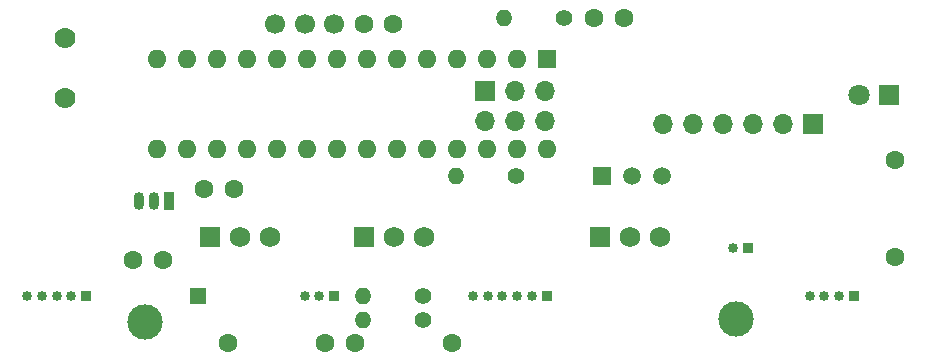
<source format=gbs>
G04 #@! TF.FileFunction,Soldermask,Bot*
%FSLAX46Y46*%
G04 Gerber Fmt 4.6, Leading zero omitted, Abs format (unit mm)*
G04 Created by KiCad (PCBNEW 4.0.7) date 06/15/19 08:14:29*
%MOMM*%
%LPD*%
G01*
G04 APERTURE LIST*
%ADD10C,0.100000*%
%ADD11R,1.700000X1.700000*%
%ADD12O,1.700000X1.700000*%
%ADD13C,1.400000*%
%ADD14O,1.400000X1.400000*%
%ADD15C,1.750000*%
%ADD16R,1.750000X1.750000*%
%ADD17C,1.778000*%
%ADD18R,1.600000X1.600000*%
%ADD19O,1.600000X1.600000*%
%ADD20C,1.600000*%
%ADD21C,1.700000*%
%ADD22R,1.800000X1.800000*%
%ADD23C,1.800000*%
%ADD24R,0.850000X0.850000*%
%ADD25C,0.850000*%
%ADD26C,3.000000*%
%ADD27O,0.900000X1.500000*%
%ADD28R,0.900000X1.500000*%
%ADD29R,1.350000X1.350000*%
%ADD30C,1.520000*%
%ADD31R,1.520000X1.520000*%
G04 APERTURE END LIST*
D10*
D11*
X202498000Y-97865000D03*
D12*
X199958000Y-97865000D03*
X197418000Y-97865000D03*
X194878000Y-97865000D03*
X192338000Y-97865000D03*
X189798000Y-97865000D03*
D13*
X169505000Y-112395000D03*
D14*
X164425000Y-112395000D03*
D15*
X156578000Y-107365000D03*
X154038000Y-107365000D03*
D16*
X151498000Y-107365000D03*
D17*
X139192000Y-95631000D03*
X139192000Y-90551000D03*
D18*
X179998000Y-92365000D03*
D19*
X146978000Y-99985000D03*
X177458000Y-92365000D03*
X149518000Y-99985000D03*
X174918000Y-92365000D03*
X152058000Y-99985000D03*
X172378000Y-92365000D03*
X154598000Y-99985000D03*
X169838000Y-92365000D03*
X157138000Y-99985000D03*
X167298000Y-92365000D03*
X159678000Y-99985000D03*
X164758000Y-92365000D03*
X162218000Y-99985000D03*
X162218000Y-92365000D03*
X164758000Y-99985000D03*
X159678000Y-92365000D03*
X167298000Y-99985000D03*
X157138000Y-92365000D03*
X169838000Y-99985000D03*
X154598000Y-92365000D03*
X172378000Y-99985000D03*
X152058000Y-92365000D03*
X174918000Y-99985000D03*
X149518000Y-92365000D03*
X177458000Y-99985000D03*
X146978000Y-92365000D03*
X179998000Y-99985000D03*
D20*
X161248000Y-116365000D03*
X152998000Y-116365000D03*
D21*
X156998000Y-89365000D03*
X159498000Y-89365000D03*
X161998000Y-89365000D03*
D20*
X150998000Y-103365000D03*
X153498000Y-103365000D03*
X144998000Y-109365000D03*
X147498000Y-109365000D03*
D22*
X208998000Y-95365000D03*
D23*
X206458000Y-95365000D03*
D24*
X196998000Y-108365000D03*
D25*
X195748000Y-108365000D03*
D26*
X195998000Y-114365000D03*
X145998000Y-114619000D03*
D27*
X146728000Y-104365000D03*
X145458000Y-104365000D03*
D28*
X147998000Y-104365000D03*
D24*
X205998000Y-112365000D03*
D25*
X204748000Y-112365000D03*
X203498000Y-112365000D03*
X202248000Y-112365000D03*
D20*
X166998000Y-89365000D03*
X164498000Y-89365000D03*
X163748000Y-116365000D03*
X171998000Y-116365000D03*
X209498000Y-109115000D03*
X209498000Y-100865000D03*
X186498000Y-88865000D03*
X183998000Y-88865000D03*
D13*
X181498000Y-88865000D03*
D14*
X176418000Y-88865000D03*
D15*
X169578000Y-107365000D03*
X167038000Y-107365000D03*
D16*
X164498000Y-107365000D03*
D15*
X189578000Y-107365000D03*
X187038000Y-107365000D03*
D16*
X184498000Y-107365000D03*
D13*
X169505000Y-114427000D03*
D14*
X164425000Y-114427000D03*
D24*
X161998000Y-112365000D03*
D25*
X160748000Y-112365000D03*
X159498000Y-112365000D03*
D29*
X150498000Y-112365000D03*
D24*
X140998000Y-112365000D03*
D25*
X139748000Y-112365000D03*
X138498000Y-112365000D03*
X137248000Y-112365000D03*
X135998000Y-112365000D03*
D24*
X179998000Y-112365000D03*
D25*
X178748000Y-112365000D03*
X177498000Y-112365000D03*
X176248000Y-112365000D03*
X174998000Y-112365000D03*
X173748000Y-112365000D03*
D30*
X187198000Y-102235000D03*
X189738000Y-102235000D03*
D31*
X184658000Y-102235000D03*
D13*
X177379000Y-102235000D03*
D14*
X172299000Y-102235000D03*
D11*
X174752000Y-94996000D03*
D12*
X174752000Y-97536000D03*
X177292000Y-94996000D03*
X177292000Y-97536000D03*
X179832000Y-94996000D03*
X179832000Y-97536000D03*
M02*

</source>
